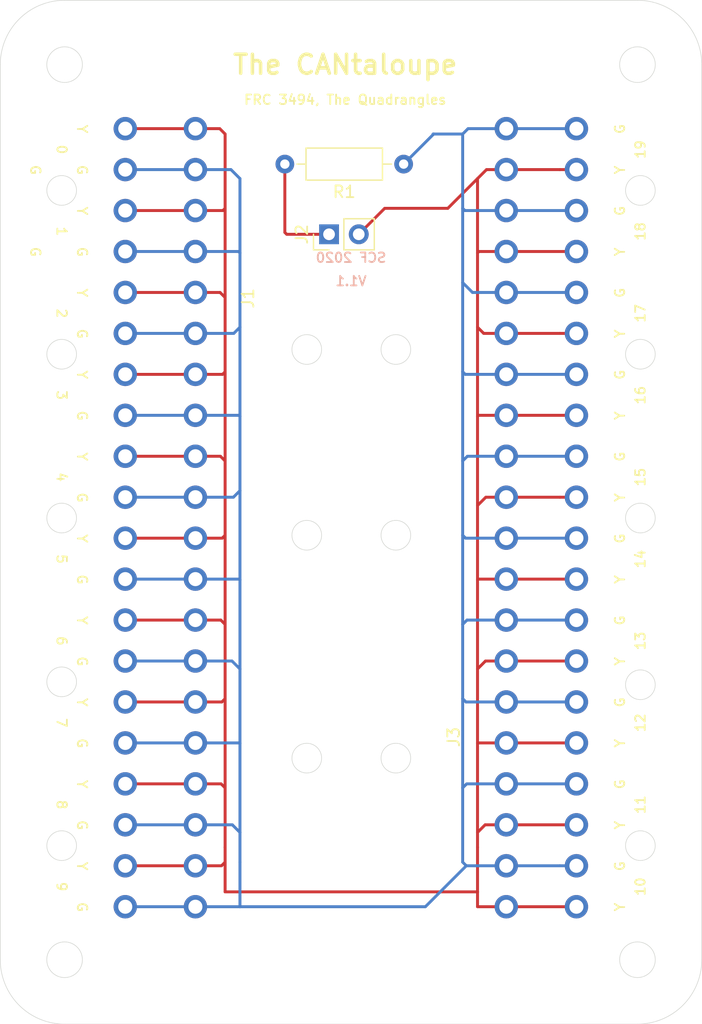
<source format=kicad_pcb>
(kicad_pcb (version 20171130) (host pcbnew "(5.1.4)-1")

  (general
    (thickness 1.6)
    (drawings 98)
    (tracks 173)
    (zones 0)
    (modules 4)
    (nets 4)
  )

  (page A4)
  (layers
    (0 F.Cu signal)
    (31 B.Cu signal)
    (32 B.Adhes user)
    (33 F.Adhes user)
    (34 B.Paste user)
    (35 F.Paste user)
    (36 B.SilkS user)
    (37 F.SilkS user)
    (38 B.Mask user)
    (39 F.Mask user)
    (40 Dwgs.User user)
    (41 Cmts.User user hide)
    (42 Eco1.User user)
    (43 Eco2.User user)
    (44 Edge.Cuts user)
    (45 Margin user)
    (46 B.CrtYd user)
    (47 F.CrtYd user)
    (48 B.Fab user)
    (49 F.Fab user)
  )

  (setup
    (last_trace_width 0.25)
    (trace_clearance 0.2)
    (zone_clearance 0.508)
    (zone_45_only no)
    (trace_min 0.127)
    (via_size 0.9)
    (via_drill 0.4)
    (via_min_size 0.4)
    (via_min_drill 0.3)
    (uvia_size 0.3)
    (uvia_drill 0.1)
    (uvias_allowed no)
    (uvia_min_size 0.2)
    (uvia_min_drill 0.1)
    (edge_width 0.05)
    (segment_width 0.2)
    (pcb_text_width 0.3)
    (pcb_text_size 1.5 1.5)
    (mod_edge_width 0.1524)
    (mod_text_size 0.8128 0.8128)
    (mod_text_width 0.15)
    (pad_size 1.524 1.524)
    (pad_drill 0.762)
    (pad_to_mask_clearance 0.051)
    (solder_mask_min_width 0.25)
    (aux_axis_origin 0 0)
    (visible_elements 7FFFFFFF)
    (pcbplotparams
      (layerselection 0x010f0_ffffffff)
      (usegerberextensions false)
      (usegerberattributes false)
      (usegerberadvancedattributes false)
      (creategerberjobfile false)
      (excludeedgelayer true)
      (linewidth 0.100000)
      (plotframeref false)
      (viasonmask false)
      (mode 1)
      (useauxorigin false)
      (hpglpennumber 1)
      (hpglpenspeed 20)
      (hpglpendiameter 15.000000)
      (psnegative false)
      (psa4output false)
      (plotreference true)
      (plotvalue true)
      (plotinvisibletext false)
      (padsonsilk false)
      (subtractmaskfromsilk false)
      (outputformat 1)
      (mirror false)
      (drillshape 0)
      (scaleselection 1)
      (outputdirectory "./"))
  )

  (net 0 "")
  (net 1 "Net-(J1-Pad1)")
  (net 2 "Net-(J1-Pad10)")
  (net 3 "Net-(J2-Pad1)")

  (net_class Default "This is the default net class."
    (clearance 0.2)
    (trace_width 0.25)
    (via_dia 0.9)
    (via_drill 0.4)
    (uvia_dia 0.3)
    (uvia_drill 0.1)
    (add_net "Net-(J1-Pad1)")
    (add_net "Net-(J1-Pad10)")
    (add_net "Net-(J2-Pad1)")
  )

  (module Resistor_THT:R_Axial_DIN0207_L6.3mm_D2.5mm_P10.16mm_Horizontal (layer F.Cu) (tedit 5AE5139B) (tstamp 5E28D942)
    (at 141 77.5 180)
    (descr "Resistor, Axial_DIN0207 series, Axial, Horizontal, pin pitch=10.16mm, 0.25W = 1/4W, length*diameter=6.3*2.5mm^2, http://cdn-reichelt.de/documents/datenblatt/B400/1_4W%23YAG.pdf")
    (tags "Resistor Axial_DIN0207 series Axial Horizontal pin pitch 10.16mm 0.25W = 1/4W length 6.3mm diameter 2.5mm")
    (path /5DA256CC)
    (fp_text reference R1 (at 5.08 -2.37) (layer F.SilkS)
      (effects (font (size 1 1) (thickness 0.15)))
    )
    (fp_text value 120 (at 5.08 2.37) (layer F.Fab)
      (effects (font (size 1 1) (thickness 0.15)))
    )
    (fp_text user %R (at 5.08 0) (layer F.Fab)
      (effects (font (size 1 1) (thickness 0.15)))
    )
    (fp_line (start 11.21 -1.5) (end -1.05 -1.5) (layer F.CrtYd) (width 0.05))
    (fp_line (start 11.21 1.5) (end 11.21 -1.5) (layer F.CrtYd) (width 0.05))
    (fp_line (start -1.05 1.5) (end 11.21 1.5) (layer F.CrtYd) (width 0.05))
    (fp_line (start -1.05 -1.5) (end -1.05 1.5) (layer F.CrtYd) (width 0.05))
    (fp_line (start 9.12 0) (end 8.35 0) (layer F.SilkS) (width 0.12))
    (fp_line (start 1.04 0) (end 1.81 0) (layer F.SilkS) (width 0.12))
    (fp_line (start 8.35 -1.37) (end 1.81 -1.37) (layer F.SilkS) (width 0.12))
    (fp_line (start 8.35 1.37) (end 8.35 -1.37) (layer F.SilkS) (width 0.12))
    (fp_line (start 1.81 1.37) (end 8.35 1.37) (layer F.SilkS) (width 0.12))
    (fp_line (start 1.81 -1.37) (end 1.81 1.37) (layer F.SilkS) (width 0.12))
    (fp_line (start 10.16 0) (end 8.23 0) (layer F.Fab) (width 0.1))
    (fp_line (start 0 0) (end 1.93 0) (layer F.Fab) (width 0.1))
    (fp_line (start 8.23 -1.25) (end 1.93 -1.25) (layer F.Fab) (width 0.1))
    (fp_line (start 8.23 1.25) (end 8.23 -1.25) (layer F.Fab) (width 0.1))
    (fp_line (start 1.93 1.25) (end 8.23 1.25) (layer F.Fab) (width 0.1))
    (fp_line (start 1.93 -1.25) (end 1.93 1.25) (layer F.Fab) (width 0.1))
    (pad 2 thru_hole oval (at 10.16 0 180) (size 1.6 1.6) (drill 0.8) (layers *.Cu *.Mask)
      (net 3 "Net-(J2-Pad1)"))
    (pad 1 thru_hole circle (at 0 0 180) (size 1.6 1.6) (drill 0.8) (layers *.Cu *.Mask)
      (net 2 "Net-(J1-Pad10)"))
    (model ${KISYS3DMOD}/Resistor_THT.3dshapes/R_Axial_DIN0207_L6.3mm_D2.5mm_P10.16mm_Horizontal.wrl
      (at (xyz 0 0 0))
      (scale (xyz 1 1 1))
      (rotate (xyz 0 0 0))
    )
  )

  (module Connector:Weidmuller20X1Female (layer F.Cu) (tedit 5DA4AE6E) (tstamp 5DA50504)
    (at 128.19 88.97 270)
    (path /5D9FC889)
    (fp_text reference J1 (at 0 0.5 90) (layer F.SilkS)
      (effects (font (size 1 1) (thickness 0.15)))
    )
    (fp_text value Conn_01x20_Female (at 0 -0.5 90) (layer F.Fab)
      (effects (font (size 1 1) (thickness 0.15)))
    )
    (pad 1 thru_hole circle (at -14.5 5 270) (size 2 2) (drill 1.2) (layers *.Cu *.Mask)
      (net 1 "Net-(J1-Pad1)"))
    (pad 2 thru_hole circle (at -11 5 270) (size 2 2) (drill 1.2) (layers *.Cu *.Mask)
      (net 2 "Net-(J1-Pad10)"))
    (pad 3 thru_hole circle (at -7.5 5 270) (size 2 2) (drill 1.2) (layers *.Cu *.Mask)
      (net 1 "Net-(J1-Pad1)"))
    (pad 4 thru_hole circle (at -4 5) (size 2 2) (drill 1.2) (layers *.Cu *.Mask)
      (net 2 "Net-(J1-Pad10)"))
    (pad 5 thru_hole circle (at -0.5 5 270) (size 2 2) (drill 1.2) (layers *.Cu *.Mask)
      (net 1 "Net-(J1-Pad1)"))
    (pad 10 thru_hole circle (at 17 5 270) (size 2 2) (drill 1.2) (layers *.Cu *.Mask)
      (net 2 "Net-(J1-Pad10)"))
    (pad 6 thru_hole circle (at 3 5 270) (size 2 2) (drill 1.2) (layers *.Cu *.Mask)
      (net 2 "Net-(J1-Pad10)"))
    (pad 9 thru_hole circle (at 13.5 5 270) (size 2 2) (drill 1.2) (layers *.Cu *.Mask)
      (net 1 "Net-(J1-Pad1)"))
    (pad 7 thru_hole circle (at 6.5 5 270) (size 2 2) (drill 1.2) (layers *.Cu *.Mask)
      (net 1 "Net-(J1-Pad1)"))
    (pad 8 thru_hole circle (at 10 5 270) (size 2 2) (drill 1.2) (layers *.Cu *.Mask)
      (net 2 "Net-(J1-Pad10)"))
    (pad 18 thru_hole circle (at 45 5 270) (size 2 2) (drill 1.2) (layers *.Cu *.Mask)
      (net 2 "Net-(J1-Pad10)"))
    (pad 17 thru_hole circle (at 41.5 5) (size 2 2) (drill 1.2) (layers *.Cu *.Mask)
      (net 1 "Net-(J1-Pad1)"))
    (pad 16 thru_hole circle (at 38 5 270) (size 2 2) (drill 1.2) (layers *.Cu *.Mask)
      (net 2 "Net-(J1-Pad10)"))
    (pad 19 thru_hole circle (at 48.5 5 270) (size 2 2) (drill 1.2) (layers *.Cu *.Mask)
      (net 1 "Net-(J1-Pad1)"))
    (pad 20 thru_hole circle (at 52 5 270) (size 2 2) (drill 1.2) (layers *.Cu *.Mask)
      (net 2 "Net-(J1-Pad10)"))
    (pad 15 thru_hole circle (at 34.5 5 270) (size 2 2) (drill 1.2) (layers *.Cu *.Mask)
      (net 1 "Net-(J1-Pad1)"))
    (pad 11 thru_hole circle (at 20.5 5 270) (size 2 2) (drill 1.2) (layers *.Cu *.Mask)
      (net 1 "Net-(J1-Pad1)"))
    (pad 14 thru_hole circle (at 31 5 270) (size 2 2) (drill 1.2) (layers *.Cu *.Mask)
      (net 2 "Net-(J1-Pad10)"))
    (pad 12 thru_hole circle (at 24 5 270) (size 2 2) (drill 1.2) (layers *.Cu *.Mask)
      (net 2 "Net-(J1-Pad10)"))
    (pad 13 thru_hole circle (at 27.5 5 270) (size 2 2) (drill 1.2) (layers *.Cu *.Mask)
      (net 1 "Net-(J1-Pad1)"))
    (pad 12 thru_hole circle (at 24 11 270) (size 2 2) (drill 1.2) (layers *.Cu *.Mask)
      (net 2 "Net-(J1-Pad10)"))
    (pad 2 thru_hole circle (at -11 11 270) (size 2 2) (drill 1.2) (layers *.Cu *.Mask)
      (net 2 "Net-(J1-Pad10)"))
    (pad 18 thru_hole circle (at 45 11 270) (size 2 2) (drill 1.2) (layers *.Cu *.Mask)
      (net 2 "Net-(J1-Pad10)"))
    (pad 3 thru_hole circle (at -7.5 11 270) (size 2 2) (drill 1.2) (layers *.Cu *.Mask)
      (net 1 "Net-(J1-Pad1)"))
    (pad 16 thru_hole circle (at 38 11 270) (size 2 2) (drill 1.2) (layers *.Cu *.Mask)
      (net 2 "Net-(J1-Pad10)"))
    (pad 1 thru_hole circle (at -14.5 11 270) (size 2 2) (drill 1.2) (layers *.Cu *.Mask)
      (net 1 "Net-(J1-Pad1)"))
    (pad 8 thru_hole circle (at 10 11 270) (size 2 2) (drill 1.2) (layers *.Cu *.Mask)
      (net 2 "Net-(J1-Pad10)"))
    (pad 4 thru_hole circle (at -4 11) (size 2 2) (drill 1.2) (layers *.Cu *.Mask)
      (net 2 "Net-(J1-Pad10)"))
    (pad 19 thru_hole circle (at 48.5 11 270) (size 2 2) (drill 1.2) (layers *.Cu *.Mask)
      (net 1 "Net-(J1-Pad1)"))
    (pad 5 thru_hole circle (at -0.5 11 270) (size 2 2) (drill 1.2) (layers *.Cu *.Mask)
      (net 1 "Net-(J1-Pad1)"))
    (pad 17 thru_hole circle (at 41.5 11) (size 2 2) (drill 1.2) (layers *.Cu *.Mask)
      (net 1 "Net-(J1-Pad1)"))
    (pad 7 thru_hole circle (at 6.5 11 270) (size 2 2) (drill 1.2) (layers *.Cu *.Mask)
      (net 1 "Net-(J1-Pad1)"))
    (pad 10 thru_hole circle (at 17 11 270) (size 2 2) (drill 1.2) (layers *.Cu *.Mask)
      (net 2 "Net-(J1-Pad10)"))
    (pad 14 thru_hole circle (at 31 11 270) (size 2 2) (drill 1.2) (layers *.Cu *.Mask)
      (net 2 "Net-(J1-Pad10)"))
    (pad 9 thru_hole circle (at 13.5 11 270) (size 2 2) (drill 1.2) (layers *.Cu *.Mask)
      (net 1 "Net-(J1-Pad1)"))
    (pad 20 thru_hole circle (at 52 11 270) (size 2 2) (drill 1.2) (layers *.Cu *.Mask)
      (net 2 "Net-(J1-Pad10)"))
    (pad 15 thru_hole circle (at 34.5 11 270) (size 2 2) (drill 1.2) (layers *.Cu *.Mask)
      (net 1 "Net-(J1-Pad1)"))
    (pad 6 thru_hole circle (at 3 11 270) (size 2 2) (drill 1.2) (layers *.Cu *.Mask)
      (net 2 "Net-(J1-Pad10)"))
    (pad 11 thru_hole circle (at 20.5 11 270) (size 2 2) (drill 1.2) (layers *.Cu *.Mask)
      (net 1 "Net-(J1-Pad1)"))
    (pad 13 thru_hole circle (at 27.5 11 270) (size 2 2) (drill 1.2) (layers *.Cu *.Mask)
      (net 1 "Net-(J1-Pad1)"))
  )

  (module Connector:Weidmuller20X1Female (layer F.Cu) (tedit 5DA4AE6E) (tstamp 5DA5055C)
    (at 144.78 126.47 90)
    (path /5D9FDE05)
    (fp_text reference J3 (at 0 0.5 90) (layer F.SilkS)
      (effects (font (size 1 1) (thickness 0.15)))
    )
    (fp_text value Conn_01x20_Female (at 0 -0.5 90) (layer F.Fab)
      (effects (font (size 1 1) (thickness 0.15)))
    )
    (pad 13 thru_hole circle (at 27.5 11 90) (size 2 2) (drill 1.2) (layers *.Cu *.Mask)
      (net 1 "Net-(J1-Pad1)"))
    (pad 11 thru_hole circle (at 20.5 11 90) (size 2 2) (drill 1.2) (layers *.Cu *.Mask)
      (net 1 "Net-(J1-Pad1)"))
    (pad 6 thru_hole circle (at 3 11 90) (size 2 2) (drill 1.2) (layers *.Cu *.Mask)
      (net 2 "Net-(J1-Pad10)"))
    (pad 15 thru_hole circle (at 34.5 11 90) (size 2 2) (drill 1.2) (layers *.Cu *.Mask)
      (net 1 "Net-(J1-Pad1)"))
    (pad 20 thru_hole circle (at 52 11 90) (size 2 2) (drill 1.2) (layers *.Cu *.Mask)
      (net 2 "Net-(J1-Pad10)"))
    (pad 9 thru_hole circle (at 13.5 11 90) (size 2 2) (drill 1.2) (layers *.Cu *.Mask)
      (net 1 "Net-(J1-Pad1)"))
    (pad 14 thru_hole circle (at 31 11 90) (size 2 2) (drill 1.2) (layers *.Cu *.Mask)
      (net 2 "Net-(J1-Pad10)"))
    (pad 10 thru_hole circle (at 17 11 90) (size 2 2) (drill 1.2) (layers *.Cu *.Mask)
      (net 2 "Net-(J1-Pad10)"))
    (pad 7 thru_hole circle (at 6.5 11 90) (size 2 2) (drill 1.2) (layers *.Cu *.Mask)
      (net 1 "Net-(J1-Pad1)"))
    (pad 17 thru_hole circle (at 41.5 11 180) (size 2 2) (drill 1.2) (layers *.Cu *.Mask)
      (net 1 "Net-(J1-Pad1)"))
    (pad 5 thru_hole circle (at -0.5 11 90) (size 2 2) (drill 1.2) (layers *.Cu *.Mask)
      (net 1 "Net-(J1-Pad1)"))
    (pad 19 thru_hole circle (at 48.5 11 90) (size 2 2) (drill 1.2) (layers *.Cu *.Mask)
      (net 1 "Net-(J1-Pad1)"))
    (pad 4 thru_hole circle (at -4 11 180) (size 2 2) (drill 1.2) (layers *.Cu *.Mask)
      (net 2 "Net-(J1-Pad10)"))
    (pad 8 thru_hole circle (at 10 11 90) (size 2 2) (drill 1.2) (layers *.Cu *.Mask)
      (net 2 "Net-(J1-Pad10)"))
    (pad 1 thru_hole circle (at -14.5 11 90) (size 2 2) (drill 1.2) (layers *.Cu *.Mask)
      (net 1 "Net-(J1-Pad1)"))
    (pad 16 thru_hole circle (at 38 11 90) (size 2 2) (drill 1.2) (layers *.Cu *.Mask)
      (net 2 "Net-(J1-Pad10)"))
    (pad 3 thru_hole circle (at -7.5 11 90) (size 2 2) (drill 1.2) (layers *.Cu *.Mask)
      (net 1 "Net-(J1-Pad1)"))
    (pad 18 thru_hole circle (at 45 11 90) (size 2 2) (drill 1.2) (layers *.Cu *.Mask)
      (net 2 "Net-(J1-Pad10)"))
    (pad 2 thru_hole circle (at -11 11 90) (size 2 2) (drill 1.2) (layers *.Cu *.Mask)
      (net 2 "Net-(J1-Pad10)"))
    (pad 12 thru_hole circle (at 24 11 90) (size 2 2) (drill 1.2) (layers *.Cu *.Mask)
      (net 2 "Net-(J1-Pad10)"))
    (pad 13 thru_hole circle (at 27.5 5 90) (size 2 2) (drill 1.2) (layers *.Cu *.Mask)
      (net 1 "Net-(J1-Pad1)"))
    (pad 12 thru_hole circle (at 24 5 90) (size 2 2) (drill 1.2) (layers *.Cu *.Mask)
      (net 2 "Net-(J1-Pad10)"))
    (pad 14 thru_hole circle (at 31 5 90) (size 2 2) (drill 1.2) (layers *.Cu *.Mask)
      (net 2 "Net-(J1-Pad10)"))
    (pad 11 thru_hole circle (at 20.5 5 90) (size 2 2) (drill 1.2) (layers *.Cu *.Mask)
      (net 1 "Net-(J1-Pad1)"))
    (pad 15 thru_hole circle (at 34.5 5 90) (size 2 2) (drill 1.2) (layers *.Cu *.Mask)
      (net 1 "Net-(J1-Pad1)"))
    (pad 20 thru_hole circle (at 52 5 90) (size 2 2) (drill 1.2) (layers *.Cu *.Mask)
      (net 2 "Net-(J1-Pad10)"))
    (pad 19 thru_hole circle (at 48.5 5 90) (size 2 2) (drill 1.2) (layers *.Cu *.Mask)
      (net 1 "Net-(J1-Pad1)"))
    (pad 16 thru_hole circle (at 38 5 90) (size 2 2) (drill 1.2) (layers *.Cu *.Mask)
      (net 2 "Net-(J1-Pad10)"))
    (pad 17 thru_hole circle (at 41.5 5 180) (size 2 2) (drill 1.2) (layers *.Cu *.Mask)
      (net 1 "Net-(J1-Pad1)"))
    (pad 18 thru_hole circle (at 45 5 90) (size 2 2) (drill 1.2) (layers *.Cu *.Mask)
      (net 2 "Net-(J1-Pad10)"))
    (pad 8 thru_hole circle (at 10 5 90) (size 2 2) (drill 1.2) (layers *.Cu *.Mask)
      (net 2 "Net-(J1-Pad10)"))
    (pad 7 thru_hole circle (at 6.5 5 90) (size 2 2) (drill 1.2) (layers *.Cu *.Mask)
      (net 1 "Net-(J1-Pad1)"))
    (pad 9 thru_hole circle (at 13.5 5 90) (size 2 2) (drill 1.2) (layers *.Cu *.Mask)
      (net 1 "Net-(J1-Pad1)"))
    (pad 6 thru_hole circle (at 3 5 90) (size 2 2) (drill 1.2) (layers *.Cu *.Mask)
      (net 2 "Net-(J1-Pad10)"))
    (pad 10 thru_hole circle (at 17 5 90) (size 2 2) (drill 1.2) (layers *.Cu *.Mask)
      (net 2 "Net-(J1-Pad10)"))
    (pad 5 thru_hole circle (at -0.5 5 90) (size 2 2) (drill 1.2) (layers *.Cu *.Mask)
      (net 1 "Net-(J1-Pad1)"))
    (pad 4 thru_hole circle (at -4 5 180) (size 2 2) (drill 1.2) (layers *.Cu *.Mask)
      (net 2 "Net-(J1-Pad10)"))
    (pad 3 thru_hole circle (at -7.5 5 90) (size 2 2) (drill 1.2) (layers *.Cu *.Mask)
      (net 1 "Net-(J1-Pad1)"))
    (pad 2 thru_hole circle (at -11 5 90) (size 2 2) (drill 1.2) (layers *.Cu *.Mask)
      (net 2 "Net-(J1-Pad10)"))
    (pad 1 thru_hole circle (at -14.5 5 90) (size 2 2) (drill 1.2) (layers *.Cu *.Mask)
      (net 1 "Net-(J1-Pad1)"))
  )

  (module Connector_PinHeader_2.54mm:PinHeader_1x02_P2.54mm_Vertical (layer F.Cu) (tedit 59FED5CC) (tstamp 5DA5051A)
    (at 134.62 83.5 90)
    (descr "Through hole straight pin header, 1x02, 2.54mm pitch, single row")
    (tags "Through hole pin header THT 1x02 2.54mm single row")
    (path /5DA25E50)
    (fp_text reference J2 (at 0 -2.33 90) (layer F.SilkS)
      (effects (font (size 1 1) (thickness 0.15)))
    )
    (fp_text value Conn_01x02_Male (at 0 4.87 90) (layer F.Fab)
      (effects (font (size 1 1) (thickness 0.15)))
    )
    (fp_line (start -0.635 -1.27) (end 1.27 -1.27) (layer F.Fab) (width 0.1))
    (fp_line (start 1.27 -1.27) (end 1.27 3.81) (layer F.Fab) (width 0.1))
    (fp_line (start 1.27 3.81) (end -1.27 3.81) (layer F.Fab) (width 0.1))
    (fp_line (start -1.27 3.81) (end -1.27 -0.635) (layer F.Fab) (width 0.1))
    (fp_line (start -1.27 -0.635) (end -0.635 -1.27) (layer F.Fab) (width 0.1))
    (fp_line (start -1.33 3.87) (end 1.33 3.87) (layer F.SilkS) (width 0.12))
    (fp_line (start -1.33 1.27) (end -1.33 3.87) (layer F.SilkS) (width 0.12))
    (fp_line (start 1.33 1.27) (end 1.33 3.87) (layer F.SilkS) (width 0.12))
    (fp_line (start -1.33 1.27) (end 1.33 1.27) (layer F.SilkS) (width 0.12))
    (fp_line (start -1.33 0) (end -1.33 -1.33) (layer F.SilkS) (width 0.12))
    (fp_line (start -1.33 -1.33) (end 0 -1.33) (layer F.SilkS) (width 0.12))
    (fp_line (start -1.8 -1.8) (end -1.8 4.35) (layer F.CrtYd) (width 0.05))
    (fp_line (start -1.8 4.35) (end 1.8 4.35) (layer F.CrtYd) (width 0.05))
    (fp_line (start 1.8 4.35) (end 1.8 -1.8) (layer F.CrtYd) (width 0.05))
    (fp_line (start 1.8 -1.8) (end -1.8 -1.8) (layer F.CrtYd) (width 0.05))
    (fp_text user %R (at 0 1.27) (layer F.Fab)
      (effects (font (size 1 1) (thickness 0.15)))
    )
    (pad 1 thru_hole rect (at 0 0 90) (size 1.7 1.7) (drill 1) (layers *.Cu *.Mask)
      (net 3 "Net-(J2-Pad1)"))
    (pad 2 thru_hole oval (at 0 2.54 90) (size 1.7 1.7) (drill 1) (layers *.Cu *.Mask)
      (net 1 "Net-(J1-Pad1)"))
    (model ${KISYS3DMOD}/Connector_PinHeader_2.54mm.3dshapes/PinHeader_1x02_P2.54mm_Vertical.wrl
      (at (xyz 0 0 0))
      (scale (xyz 1 1 1))
      (rotate (xyz 0 0 0))
    )
  )

  (gr_line (start 112 63.5) (end 161 63.5) (layer Edge.Cuts) (width 0.05) (tstamp 5E2871B4))
  (gr_line (start 106.5 145.5) (end 106.5 69) (layer Edge.Cuts) (width 0.05) (tstamp 5E2871B2))
  (gr_line (start 112 151) (end 161 151) (layer Edge.Cuts) (width 0.05) (tstamp 5E2871B1))
  (gr_line (start 166.5 145.5) (end 166.5 69) (layer Edge.Cuts) (width 0.05) (tstamp 5E2871B0))
  (gr_arc (start 161 145.5) (end 161 151) (angle -90) (layer Edge.Cuts) (width 0.05))
  (gr_arc (start 112 145.5) (end 112 151) (angle 90) (layer Edge.Cuts) (width 0.05))
  (gr_arc (start 161 69) (end 161 63.5) (angle 90) (layer Edge.Cuts) (width 0.05))
  (gr_arc (start 112 69) (end 112 63.5) (angle -90) (layer Edge.Cuts) (width 0.05))
  (gr_text G (at 159.5 81.5 90) (layer F.SilkS) (tstamp 5DB3D42E)
    (effects (font (size 0.8128 0.8128) (thickness 0.15)))
  )
  (gr_text G (at 159.5 74.5 90) (layer F.SilkS) (tstamp 5DB3D42D)
    (effects (font (size 0.8128 0.8128) (thickness 0.15)))
  )
  (gr_text G (at 159.5 95.5 90) (layer F.SilkS) (tstamp 5DB3D42E)
    (effects (font (size 0.8128 0.8128) (thickness 0.15)))
  )
  (gr_text G (at 159.5 88.5 90) (layer F.SilkS) (tstamp 5DB3D42D)
    (effects (font (size 0.8128 0.8128) (thickness 0.15)))
  )
  (gr_text G (at 159.5 109.5 90) (layer F.SilkS) (tstamp 5DB3D42E)
    (effects (font (size 0.8128 0.8128) (thickness 0.15)))
  )
  (gr_text G (at 159.5 102.5 90) (layer F.SilkS) (tstamp 5DB3D42D)
    (effects (font (size 0.8128 0.8128) (thickness 0.15)))
  )
  (gr_text G (at 159.5 123.5 90) (layer F.SilkS) (tstamp 5DB3D42E)
    (effects (font (size 0.8128 0.8128) (thickness 0.15)))
  )
  (gr_text G (at 159.5 116.5 90) (layer F.SilkS) (tstamp 5DB3D42D)
    (effects (font (size 0.8128 0.8128) (thickness 0.15)))
  )
  (gr_text G (at 159.5 137.5 90) (layer F.SilkS) (tstamp 5DB3D413)
    (effects (font (size 0.8128 0.8128) (thickness 0.15)))
  )
  (gr_text G (at 159.5 130.5 90) (layer F.SilkS) (tstamp 5DB3D412)
    (effects (font (size 0.8128 0.8128) (thickness 0.15)))
  )
  (gr_text G (at 113.5 134 -90) (layer F.SilkS) (tstamp 5DB3D413)
    (effects (font (size 0.8128 0.8128) (thickness 0.15)))
  )
  (gr_text G (at 113.5 141 -90) (layer F.SilkS) (tstamp 5DB3D412)
    (effects (font (size 0.8128 0.8128) (thickness 0.15)))
  )
  (gr_text G (at 113.5 120 -90) (layer F.SilkS) (tstamp 5DB3D413)
    (effects (font (size 0.8128 0.8128) (thickness 0.15)))
  )
  (gr_text G (at 113.5 127 -90) (layer F.SilkS) (tstamp 5DB3D412)
    (effects (font (size 0.8128 0.8128) (thickness 0.15)))
  )
  (gr_text G (at 113.5 106 -90) (layer F.SilkS) (tstamp 5DB3D413)
    (effects (font (size 0.8128 0.8128) (thickness 0.15)))
  )
  (gr_text G (at 113.5 113 -90) (layer F.SilkS) (tstamp 5DB3D412)
    (effects (font (size 0.8128 0.8128) (thickness 0.15)))
  )
  (gr_text G (at 113.5 92 -90) (layer F.SilkS) (tstamp 5DB3D413)
    (effects (font (size 0.8128 0.8128) (thickness 0.15)))
  )
  (gr_text G (at 113.5 99 -90) (layer F.SilkS) (tstamp 5DB3D412)
    (effects (font (size 0.8128 0.8128) (thickness 0.15)))
  )
  (gr_text G (at 109.5 85 -90) (layer F.SilkS) (tstamp 5DB3D404)
    (effects (font (size 0.8128 0.8128) (thickness 0.15)))
  )
  (gr_text G (at 109.5 78 -90) (layer F.SilkS) (tstamp 5DB3D404)
    (effects (font (size 0.8128 0.8128) (thickness 0.15)))
  )
  (gr_text G (at 113.5 85 -90) (layer F.SilkS) (tstamp 5DB3D3E3)
    (effects (font (size 0.8128 0.8128) (thickness 0.15)))
  )
  (gr_text G (at 113.5 78 -90) (layer F.SilkS)
    (effects (font (size 0.8128 0.8128) (thickness 0.15)))
  )
  (gr_text Y (at 159.5 78 90) (layer F.SilkS) (tstamp 5DB3D3B1)
    (effects (font (size 0.8128 0.8128) (thickness 0.15)))
  )
  (gr_text Y (at 159.5 85 90) (layer F.SilkS) (tstamp 5DB3D3B0)
    (effects (font (size 0.8128 0.8128) (thickness 0.15)))
  )
  (gr_text Y (at 159.5 92 90) (layer F.SilkS) (tstamp 5DB3D3B1)
    (effects (font (size 0.8128 0.8128) (thickness 0.15)))
  )
  (gr_text Y (at 159.5 99 90) (layer F.SilkS) (tstamp 5DB3D3B0)
    (effects (font (size 0.8128 0.8128) (thickness 0.15)))
  )
  (gr_text Y (at 159.5 106 90) (layer F.SilkS) (tstamp 5DB3D3B1)
    (effects (font (size 0.8128 0.8128) (thickness 0.15)))
  )
  (gr_text Y (at 159.5 113 90) (layer F.SilkS) (tstamp 5DB3D3B0)
    (effects (font (size 0.8128 0.8128) (thickness 0.15)))
  )
  (gr_text Y (at 159.5 120 90) (layer F.SilkS) (tstamp 5DB3D3B1)
    (effects (font (size 0.8128 0.8128) (thickness 0.15)))
  )
  (gr_text Y (at 159.5 127 90) (layer F.SilkS) (tstamp 5DB3D3B0)
    (effects (font (size 0.8128 0.8128) (thickness 0.15)))
  )
  (gr_text Y (at 159.5 141 90) (layer F.SilkS) (tstamp 5DB3D391)
    (effects (font (size 0.8128 0.8128) (thickness 0.15)))
  )
  (gr_text Y (at 159.5 134 90) (layer F.SilkS) (tstamp 5DB3D390)
    (effects (font (size 0.8128 0.8128) (thickness 0.15)))
  )
  (gr_text Y (at 113.5 130.5 270) (layer F.SilkS) (tstamp 5DB3D391)
    (effects (font (size 0.8128 0.8128) (thickness 0.15)))
  )
  (gr_text Y (at 113.5 137.5 270) (layer F.SilkS) (tstamp 5DB3D390)
    (effects (font (size 0.8128 0.8128) (thickness 0.15)))
  )
  (gr_text Y (at 113.5 116.5 270) (layer F.SilkS) (tstamp 5DB3D391)
    (effects (font (size 0.8128 0.8128) (thickness 0.15)))
  )
  (gr_text Y (at 113.5 123.5 270) (layer F.SilkS) (tstamp 5DB3D390)
    (effects (font (size 0.8128 0.8128) (thickness 0.15)))
  )
  (gr_text Y (at 113.5 102.5 270) (layer F.SilkS) (tstamp 5DB3D391)
    (effects (font (size 0.8128 0.8128) (thickness 0.15)))
  )
  (gr_text Y (at 113.5 109.5 270) (layer F.SilkS) (tstamp 5DB3D390)
    (effects (font (size 0.8128 0.8128) (thickness 0.15)))
  )
  (gr_text Y (at 113.5 88.5 270) (layer F.SilkS) (tstamp 5DB3D391)
    (effects (font (size 0.8128 0.8128) (thickness 0.15)))
  )
  (gr_text Y (at 113.5 95.5 270) (layer F.SilkS) (tstamp 5DB3D390)
    (effects (font (size 0.8128 0.8128) (thickness 0.15)))
  )
  (gr_text Y (at 113.5 81.5 270) (layer F.SilkS) (tstamp 5DB3D379)
    (effects (font (size 0.8128 0.8128) (thickness 0.15)))
  )
  (gr_text Y (at 113.5 74.5 270) (layer F.SilkS)
    (effects (font (size 0.8128 0.8128) (thickness 0.15)))
  )
  (gr_line (start 159.5 72.5) (end 159.5 142) (layer Cmts.User) (width 0.15))
  (gr_line (start 113.5 72.5) (end 113.5 142) (layer Cmts.User) (width 0.15))
  (gr_text V1.1 (at 136.5 87.5) (layer B.SilkS)
    (effects (font (size 0.8128 0.8128) (thickness 0.15)) (justify mirror))
  )
  (gr_text "SCF 2020" (at 136.5 85.5) (layer B.SilkS)
    (effects (font (size 0.8128 0.8128) (thickness 0.15)) (justify mirror))
  )
  (gr_text "FRC 3494, The Quadrangles" (at 136 72) (layer F.SilkS)
    (effects (font (size 0.8128 0.8128) (thickness 0.15)))
  )
  (gr_text "The CANtaloupe" (at 136 69) (layer F.SilkS)
    (effects (font (size 1.6256 1.6256) (thickness 0.3)))
  )
  (gr_circle (center 161.25 79.75) (end 162.52 79.75) (layer Edge.Cuts) (width 0.05))
  (gr_circle (center 161.25 93.75) (end 162.52 93.75) (layer Edge.Cuts) (width 0.05))
  (gr_circle (center 161.25 107.75) (end 162.52 107.75) (layer Edge.Cuts) (width 0.05))
  (gr_circle (center 161.25 122) (end 162.52 122) (layer Edge.Cuts) (width 0.05))
  (gr_circle (center 161.25 135.75) (end 162.52 135.75) (layer Edge.Cuts) (width 0.05))
  (gr_circle (center 111.75 135.75) (end 113.02 135.75) (layer Edge.Cuts) (width 0.05))
  (gr_circle (center 111.75 121.75) (end 113.02 121.75) (layer Edge.Cuts) (width 0.05))
  (gr_circle (center 111.75 107.75) (end 113.02 107.75) (layer Edge.Cuts) (width 0.05))
  (gr_circle (center 111.75 93.75) (end 113.02 93.75) (layer Edge.Cuts) (width 0.05))
  (gr_circle (center 111.75 79.75) (end 113.02 79.75) (layer Edge.Cuts) (width 0.05))
  (gr_text 19 (at 161.25 76.25 90) (layer F.SilkS)
    (effects (font (size 0.8128 0.8128) (thickness 0.15)))
  )
  (gr_text 18 (at 161.25 83.25 90) (layer F.SilkS)
    (effects (font (size 0.8128 0.8128) (thickness 0.15)))
  )
  (gr_text 17 (at 161.25 90.25 90) (layer F.SilkS)
    (effects (font (size 0.8128 0.8128) (thickness 0.15)))
  )
  (gr_text 16 (at 161.25 97.25 90) (layer F.SilkS)
    (effects (font (size 0.8128 0.8128) (thickness 0.15)))
  )
  (gr_text 15 (at 161.25 104.25 90) (layer F.SilkS)
    (effects (font (size 0.8128 0.8128) (thickness 0.15)))
  )
  (gr_text 14 (at 161.25 111.25 90) (layer F.SilkS)
    (effects (font (size 0.8128 0.8128) (thickness 0.15)))
  )
  (gr_text 13 (at 161.25 118.25 90) (layer F.SilkS)
    (effects (font (size 0.8128 0.8128) (thickness 0.15)))
  )
  (gr_text 12 (at 161.25 125.25 90) (layer F.SilkS)
    (effects (font (size 0.8128 0.8128) (thickness 0.15)))
  )
  (gr_text 11 (at 161.25 132.25 90) (layer F.SilkS)
    (effects (font (size 0.8128 0.8128) (thickness 0.15)))
  )
  (gr_text 10 (at 161.25 139.25 90) (layer F.SilkS)
    (effects (font (size 0.8128 0.8128) (thickness 0.15)))
  )
  (gr_line (start 161.25 72.5) (end 161.25 142) (layer Cmts.User) (width 0.15))
  (gr_text 9 (at 111.75 139.25 -90) (layer F.SilkS)
    (effects (font (size 0.8128 0.8128) (thickness 0.15)))
  )
  (gr_text 8 (at 111.75 132.25 -90) (layer F.SilkS)
    (effects (font (size 0.8128 0.8128) (thickness 0.15)))
  )
  (gr_text 7 (at 111.75 125.25 -90) (layer F.SilkS)
    (effects (font (size 0.8128 0.8128) (thickness 0.15)))
  )
  (gr_text 6 (at 111.75 118.25 -90) (layer F.SilkS)
    (effects (font (size 0.8128 0.8128) (thickness 0.15)))
  )
  (gr_text 5 (at 111.75 111.25 -90) (layer F.SilkS)
    (effects (font (size 0.8128 0.8128) (thickness 0.15)))
  )
  (gr_text 4 (at 111.75 104.25 -90) (layer F.SilkS)
    (effects (font (size 0.8128 0.8128) (thickness 0.15)))
  )
  (gr_text 3 (at 111.75 97.25 -90) (layer F.SilkS)
    (effects (font (size 0.8128 0.8128) (thickness 0.15)))
  )
  (gr_text 2 (at 111.75 90.25 -90) (layer F.SilkS)
    (effects (font (size 0.8128 0.8128) (thickness 0.15)))
  )
  (gr_text 0 (at 111.75 76.25 -90) (layer F.SilkS)
    (effects (font (size 0.8128 0.8128) (thickness 0.15)))
  )
  (gr_text 1 (at 111.75 83.25 -90) (layer F.SilkS)
    (effects (font (size 0.8128 0.8128) (thickness 0.15)))
  )
  (gr_line (start 111.75 72.5) (end 111.75 142) (layer Cmts.User) (width 0.1524))
  (gr_circle (center 140.335 128.27) (end 140.335 127) (layer Edge.Cuts) (width 0.05))
  (gr_circle (center 132.715 128.27) (end 132.715 127) (layer Edge.Cuts) (width 0.05))
  (gr_circle (center 140.335 109.22) (end 140.335 107.95) (layer Edge.Cuts) (width 0.05))
  (gr_circle (center 132.715 109.22) (end 132.715 107.95) (layer Edge.Cuts) (width 0.05))
  (gr_circle (center 140.335 93.345) (end 140.335 92.075) (layer Edge.Cuts) (width 0.05))
  (gr_circle (center 132.715 93.345) (end 132.715 92.075) (layer Edge.Cuts) (width 0.05))
  (gr_circle (center 112 145.5) (end 113.524 145.5) (layer Edge.Cuts) (width 0.05))
  (gr_circle (center 161 145.5) (end 162.524 145.5) (layer Edge.Cuts) (width 0.05))
  (gr_circle (center 112 69) (end 113.524 69) (layer Edge.Cuts) (width 0.05))
  (gr_circle (center 161 69) (end 162.524 69) (layer Edge.Cuts) (width 0.05))

  (segment (start 123.19 74.47) (end 117.19 74.47) (width 0.25) (layer F.Cu) (net 1))
  (segment (start 123.19 81.47) (end 117.19 81.47) (width 0.25) (layer F.Cu) (net 1))
  (segment (start 123.19 88.47) (end 117.19 88.47) (width 0.25) (layer F.Cu) (net 1))
  (segment (start 123.19 95.47) (end 117.19 95.47) (width 0.25) (layer F.Cu) (net 1))
  (segment (start 123.19 102.47) (end 117.19 102.47) (width 0.25) (layer F.Cu) (net 1))
  (segment (start 123.19 109.47) (end 117.19 109.47) (width 0.25) (layer F.Cu) (net 1))
  (segment (start 123.19 116.47) (end 117.19 116.47) (width 0.25) (layer F.Cu) (net 1))
  (segment (start 123.19 123.47) (end 117.19 123.47) (width 0.25) (layer F.Cu) (net 1))
  (segment (start 123.19 130.47) (end 117.19 130.47) (width 0.25) (layer F.Cu) (net 1))
  (segment (start 123.19 137.47) (end 117.19 137.47) (width 0.25) (layer F.Cu) (net 1))
  (segment (start 123.19 74.47) (end 125.27 74.47) (width 0.25) (layer F.Cu) (net 1))
  (segment (start 125.27 74.47) (end 125.73 74.93) (width 0.25) (layer F.Cu) (net 1))
  (segment (start 125.54 81.47) (end 125.73 81.28) (width 0.25) (layer F.Cu) (net 1))
  (segment (start 123.19 81.47) (end 125.54 81.47) (width 0.25) (layer F.Cu) (net 1))
  (segment (start 125.73 74.93) (end 125.73 81.28) (width 0.25) (layer F.Cu) (net 1))
  (segment (start 125.3 88.47) (end 125.73 88.9) (width 0.25) (layer F.Cu) (net 1))
  (segment (start 123.19 88.47) (end 125.3 88.47) (width 0.25) (layer F.Cu) (net 1))
  (segment (start 125.73 81.28) (end 125.73 88.9) (width 0.25) (layer F.Cu) (net 1))
  (segment (start 123.19 95.47) (end 125.51 95.47) (width 0.25) (layer F.Cu) (net 1))
  (segment (start 125.51 95.47) (end 125.73 95.25) (width 0.25) (layer F.Cu) (net 1))
  (segment (start 123.19 102.47) (end 125.33 102.47) (width 0.25) (layer F.Cu) (net 1))
  (segment (start 125.33 102.47) (end 125.73 102.87) (width 0.25) (layer F.Cu) (net 1))
  (segment (start 125.48 109.47) (end 125.73 109.22) (width 0.25) (layer F.Cu) (net 1))
  (segment (start 123.19 109.47) (end 125.48 109.47) (width 0.25) (layer F.Cu) (net 1))
  (segment (start 125.73 88.9) (end 125.73 109.22) (width 0.25) (layer F.Cu) (net 1))
  (segment (start 125.36 116.47) (end 125.73 116.84) (width 0.25) (layer F.Cu) (net 1))
  (segment (start 123.19 116.47) (end 125.36 116.47) (width 0.25) (layer F.Cu) (net 1))
  (segment (start 125.73 109.22) (end 125.73 116.84) (width 0.25) (layer F.Cu) (net 1))
  (segment (start 125.45 123.47) (end 125.73 123.19) (width 0.25) (layer F.Cu) (net 1))
  (segment (start 123.19 123.47) (end 125.45 123.47) (width 0.25) (layer F.Cu) (net 1))
  (segment (start 125.73 116.84) (end 125.73 123.19) (width 0.25) (layer F.Cu) (net 1))
  (segment (start 125.39 130.47) (end 125.73 130.81) (width 0.25) (layer F.Cu) (net 1))
  (segment (start 123.19 130.47) (end 125.39 130.47) (width 0.25) (layer F.Cu) (net 1))
  (segment (start 125.73 123.19) (end 125.73 130.81) (width 0.25) (layer F.Cu) (net 1))
  (segment (start 125.42 137.47) (end 125.73 137.16) (width 0.25) (layer F.Cu) (net 1))
  (segment (start 123.19 137.47) (end 125.42 137.47) (width 0.25) (layer F.Cu) (net 1))
  (segment (start 154.365787 77.97) (end 149.78 77.97) (width 0.25) (layer F.Cu) (net 1))
  (segment (start 155.78 77.97) (end 154.365787 77.97) (width 0.25) (layer F.Cu) (net 1))
  (segment (start 155.78 84.97) (end 149.78 84.97) (width 0.25) (layer F.Cu) (net 1))
  (segment (start 154.365787 91.97) (end 149.78 91.97) (width 0.25) (layer F.Cu) (net 1))
  (segment (start 155.78 91.97) (end 154.365787 91.97) (width 0.25) (layer F.Cu) (net 1))
  (segment (start 155.78 98.97) (end 149.78 98.97) (width 0.25) (layer F.Cu) (net 1))
  (segment (start 154.365787 105.97) (end 149.78 105.97) (width 0.25) (layer F.Cu) (net 1))
  (segment (start 155.78 105.97) (end 154.365787 105.97) (width 0.25) (layer F.Cu) (net 1))
  (segment (start 155.78 112.97) (end 149.78 112.97) (width 0.25) (layer F.Cu) (net 1))
  (segment (start 155.78 119.97) (end 149.78 119.97) (width 0.25) (layer F.Cu) (net 1))
  (segment (start 155.78 126.97) (end 149.78 126.97) (width 0.25) (layer F.Cu) (net 1))
  (segment (start 155.78 133.97) (end 149.78 133.97) (width 0.25) (layer F.Cu) (net 1))
  (segment (start 155.78 140.97) (end 149.78 140.97) (width 0.25) (layer F.Cu) (net 1))
  (segment (start 149.78 77.97) (end 148.09 77.97) (width 0.25) (layer F.Cu) (net 1))
  (segment (start 148.09 77.97) (end 147.32 78.74) (width 0.25) (layer F.Cu) (net 1))
  (segment (start 147.32 140.97) (end 149.78 140.97) (width 0.25) (layer F.Cu) (net 1))
  (segment (start 149.78 133.97) (end 147.97 133.97) (width 0.25) (layer F.Cu) (net 1))
  (segment (start 147.97 133.97) (end 147.32 134.62) (width 0.25) (layer F.Cu) (net 1))
  (segment (start 147.35 126.97) (end 147.32 127) (width 0.25) (layer F.Cu) (net 1))
  (segment (start 149.78 126.97) (end 147.35 126.97) (width 0.25) (layer F.Cu) (net 1))
  (segment (start 147.32 127) (end 147.32 134.62) (width 0.25) (layer F.Cu) (net 1))
  (segment (start 148 119.97) (end 147.32 120.65) (width 0.25) (layer F.Cu) (net 1))
  (segment (start 149.78 119.97) (end 148 119.97) (width 0.25) (layer F.Cu) (net 1))
  (segment (start 147.32 120.65) (end 147.32 127) (width 0.25) (layer F.Cu) (net 1))
  (segment (start 147.38 112.97) (end 147.32 113.03) (width 0.25) (layer F.Cu) (net 1))
  (segment (start 149.78 112.97) (end 147.38 112.97) (width 0.25) (layer F.Cu) (net 1))
  (segment (start 147.32 113.03) (end 147.32 120.65) (width 0.25) (layer F.Cu) (net 1))
  (segment (start 148.03 105.97) (end 147.32 106.68) (width 0.25) (layer F.Cu) (net 1))
  (segment (start 149.78 105.97) (end 148.03 105.97) (width 0.25) (layer F.Cu) (net 1))
  (segment (start 147.32 106.68) (end 147.32 113.03) (width 0.25) (layer F.Cu) (net 1))
  (segment (start 147.41 98.97) (end 147.32 99.06) (width 0.25) (layer F.Cu) (net 1))
  (segment (start 149.78 98.97) (end 147.41 98.97) (width 0.25) (layer F.Cu) (net 1))
  (segment (start 147.32 99.06) (end 147.32 106.68) (width 0.25) (layer F.Cu) (net 1))
  (segment (start 147.85 91.97) (end 147.32 91.44) (width 0.25) (layer F.Cu) (net 1))
  (segment (start 149.78 91.97) (end 147.85 91.97) (width 0.25) (layer F.Cu) (net 1))
  (segment (start 147.32 91.44) (end 147.32 99.06) (width 0.25) (layer F.Cu) (net 1))
  (segment (start 147.44 84.97) (end 147.32 85.09) (width 0.25) (layer F.Cu) (net 1))
  (segment (start 149.78 84.97) (end 147.44 84.97) (width 0.25) (layer F.Cu) (net 1))
  (segment (start 147.32 78.74) (end 147.32 85.09) (width 0.25) (layer F.Cu) (net 1))
  (segment (start 147.32 85.09) (end 147.32 91.44) (width 0.25) (layer F.Cu) (net 1))
  (segment (start 144.78 81.28) (end 147.32 78.74) (width 0.25) (layer F.Cu) (net 1))
  (segment (start 147.32 134.62) (end 147.32 135.89) (width 0.25) (layer F.Cu) (net 1))
  (segment (start 125.73 135.89) (end 125.73 137.16) (width 0.25) (layer F.Cu) (net 1))
  (segment (start 125.73 130.81) (end 125.73 135.89) (width 0.25) (layer F.Cu) (net 1))
  (segment (start 125.73 137.16) (end 125.73 139.7) (width 0.25) (layer F.Cu) (net 1))
  (segment (start 125.73 139.7) (end 147.32 139.7) (width 0.25) (layer F.Cu) (net 1))
  (segment (start 147.32 135.89) (end 147.32 139.7) (width 0.25) (layer F.Cu) (net 1))
  (segment (start 147.32 139.7) (end 147.32 140.97) (width 0.25) (layer F.Cu) (net 1))
  (segment (start 139.38 81.28) (end 137.16 83.5) (width 0.25) (layer F.Cu) (net 1))
  (segment (start 144.78 81.28) (end 139.38 81.28) (width 0.25) (layer F.Cu) (net 1))
  (segment (start 117.19 77.97) (end 123.19 77.97) (width 0.25) (layer B.Cu) (net 2))
  (segment (start 117.19 84.97) (end 123.19 84.97) (width 0.25) (layer B.Cu) (net 2))
  (segment (start 117.19 91.97) (end 123.19 91.97) (width 0.25) (layer B.Cu) (net 2))
  (segment (start 117.19 98.97) (end 123.19 98.97) (width 0.25) (layer B.Cu) (net 2))
  (segment (start 123.19 105.97) (end 117.19 105.97) (width 0.25) (layer B.Cu) (net 2))
  (segment (start 117.19 112.97) (end 123.19 112.97) (width 0.25) (layer B.Cu) (net 2))
  (segment (start 117.19 119.97) (end 123.19 119.97) (width 0.25) (layer B.Cu) (net 2))
  (segment (start 117.19 126.97) (end 123.19 126.97) (width 0.25) (layer B.Cu) (net 2))
  (segment (start 117.19 133.97) (end 123.19 133.97) (width 0.25) (layer B.Cu) (net 2))
  (segment (start 117.19 140.97) (end 123.19 140.97) (width 0.25) (layer B.Cu) (net 2))
  (segment (start 123.19 77.97) (end 126.23 77.97) (width 0.25) (layer B.Cu) (net 2))
  (segment (start 126.23 77.97) (end 127 78.74) (width 0.25) (layer B.Cu) (net 2))
  (segment (start 123.19 140.97) (end 127 140.97) (width 0.25) (layer B.Cu) (net 2))
  (segment (start 123.19 84.97) (end 126.88 84.97) (width 0.25) (layer B.Cu) (net 2))
  (segment (start 126.88 84.97) (end 127 85.09) (width 0.25) (layer B.Cu) (net 2))
  (segment (start 127 78.74) (end 127 85.09) (width 0.25) (layer B.Cu) (net 2))
  (segment (start 126.47 91.97) (end 127 91.44) (width 0.25) (layer B.Cu) (net 2))
  (segment (start 123.19 91.97) (end 126.47 91.97) (width 0.25) (layer B.Cu) (net 2))
  (segment (start 127 85.09) (end 127 91.44) (width 0.25) (layer B.Cu) (net 2))
  (segment (start 126.91 98.97) (end 127 99.06) (width 0.25) (layer B.Cu) (net 2))
  (segment (start 123.19 98.97) (end 126.91 98.97) (width 0.25) (layer B.Cu) (net 2))
  (segment (start 127 91.44) (end 127 99.06) (width 0.25) (layer B.Cu) (net 2))
  (segment (start 126.44 105.97) (end 127 105.41) (width 0.25) (layer B.Cu) (net 2))
  (segment (start 123.19 105.97) (end 126.44 105.97) (width 0.25) (layer B.Cu) (net 2))
  (segment (start 127 99.06) (end 127 105.41) (width 0.25) (layer B.Cu) (net 2))
  (segment (start 126.94 112.97) (end 127 113.03) (width 0.25) (layer B.Cu) (net 2))
  (segment (start 123.19 112.97) (end 126.94 112.97) (width 0.25) (layer B.Cu) (net 2))
  (segment (start 127 105.41) (end 127 113.03) (width 0.25) (layer B.Cu) (net 2))
  (segment (start 126.32 119.97) (end 127 120.65) (width 0.25) (layer B.Cu) (net 2))
  (segment (start 123.19 119.97) (end 126.32 119.97) (width 0.25) (layer B.Cu) (net 2))
  (segment (start 127 113.03) (end 127 120.65) (width 0.25) (layer B.Cu) (net 2))
  (segment (start 126.97 126.97) (end 127 127) (width 0.25) (layer B.Cu) (net 2))
  (segment (start 123.19 126.97) (end 126.97 126.97) (width 0.25) (layer B.Cu) (net 2))
  (segment (start 127 120.65) (end 127 127) (width 0.25) (layer B.Cu) (net 2))
  (segment (start 126.35 133.97) (end 127 134.62) (width 0.25) (layer B.Cu) (net 2))
  (segment (start 123.19 133.97) (end 126.35 133.97) (width 0.25) (layer B.Cu) (net 2))
  (segment (start 127 127) (end 127 134.62) (width 0.25) (layer B.Cu) (net 2))
  (segment (start 154.365787 137.47) (end 149.78 137.47) (width 0.25) (layer B.Cu) (net 2))
  (segment (start 155.78 137.47) (end 154.365787 137.47) (width 0.25) (layer B.Cu) (net 2))
  (segment (start 149.78 130.47) (end 155.78 130.47) (width 0.25) (layer B.Cu) (net 2))
  (segment (start 155.78 123.47) (end 149.78 123.47) (width 0.25) (layer B.Cu) (net 2))
  (segment (start 155.78 116.47) (end 149.78 116.47) (width 0.25) (layer B.Cu) (net 2))
  (segment (start 155.78 109.47) (end 149.78 109.47) (width 0.25) (layer B.Cu) (net 2))
  (segment (start 155.78 102.47) (end 149.78 102.47) (width 0.25) (layer B.Cu) (net 2))
  (segment (start 155.78 95.47) (end 149.78 95.47) (width 0.25) (layer B.Cu) (net 2))
  (segment (start 155.78 88.47) (end 149.78 88.47) (width 0.25) (layer B.Cu) (net 2))
  (segment (start 155.78 81.47) (end 149.78 81.47) (width 0.25) (layer B.Cu) (net 2))
  (segment (start 155.78 74.47) (end 149.78 74.47) (width 0.25) (layer B.Cu) (net 2))
  (segment (start 146.51 74.47) (end 149.78 74.47) (width 0.25) (layer B.Cu) (net 2))
  (segment (start 146.05 74.93) (end 146.51 74.47) (width 0.25) (layer B.Cu) (net 2))
  (segment (start 146.36 137.47) (end 146.05 137.16) (width 0.25) (layer B.Cu) (net 2))
  (segment (start 149.78 137.47) (end 146.36 137.47) (width 0.25) (layer B.Cu) (net 2))
  (segment (start 146.39 130.47) (end 146.05 130.81) (width 0.25) (layer B.Cu) (net 2))
  (segment (start 149.78 130.47) (end 146.39 130.47) (width 0.25) (layer B.Cu) (net 2))
  (segment (start 146.05 137.16) (end 146.05 130.81) (width 0.25) (layer B.Cu) (net 2))
  (segment (start 146.33 123.47) (end 146.05 123.19) (width 0.25) (layer B.Cu) (net 2))
  (segment (start 149.78 123.47) (end 146.33 123.47) (width 0.25) (layer B.Cu) (net 2))
  (segment (start 146.05 130.81) (end 146.05 123.19) (width 0.25) (layer B.Cu) (net 2))
  (segment (start 146.42 116.47) (end 146.05 116.84) (width 0.25) (layer B.Cu) (net 2))
  (segment (start 149.78 116.47) (end 146.42 116.47) (width 0.25) (layer B.Cu) (net 2))
  (segment (start 146.05 123.19) (end 146.05 116.84) (width 0.25) (layer B.Cu) (net 2))
  (segment (start 146.3 109.47) (end 146.05 109.22) (width 0.25) (layer B.Cu) (net 2))
  (segment (start 149.78 109.47) (end 146.3 109.47) (width 0.25) (layer B.Cu) (net 2))
  (segment (start 146.05 116.84) (end 146.05 109.22) (width 0.25) (layer B.Cu) (net 2))
  (segment (start 146.45 102.47) (end 146.05 102.87) (width 0.25) (layer B.Cu) (net 2))
  (segment (start 149.78 102.47) (end 146.45 102.47) (width 0.25) (layer B.Cu) (net 2))
  (segment (start 146.05 109.22) (end 146.05 102.87) (width 0.25) (layer B.Cu) (net 2))
  (segment (start 149.78 95.47) (end 146.27 95.47) (width 0.25) (layer B.Cu) (net 2))
  (segment (start 146.27 95.47) (end 146.05 95.25) (width 0.25) (layer B.Cu) (net 2))
  (segment (start 146.05 102.87) (end 146.05 95.25) (width 0.25) (layer B.Cu) (net 2))
  (segment (start 146.89 88.47) (end 146.05 87.63) (width 0.25) (layer B.Cu) (net 2))
  (segment (start 149.78 88.47) (end 146.89 88.47) (width 0.25) (layer B.Cu) (net 2))
  (segment (start 146.05 95.25) (end 146.05 87.63) (width 0.25) (layer B.Cu) (net 2))
  (segment (start 146.24 81.47) (end 146.05 81.28) (width 0.25) (layer B.Cu) (net 2))
  (segment (start 149.78 81.47) (end 146.24 81.47) (width 0.25) (layer B.Cu) (net 2))
  (segment (start 146.05 87.63) (end 146.05 81.28) (width 0.25) (layer B.Cu) (net 2))
  (segment (start 146.05 81.28) (end 146.05 74.93) (width 0.25) (layer B.Cu) (net 2))
  (segment (start 127 137.16) (end 127 140.97) (width 0.25) (layer B.Cu) (net 2))
  (segment (start 127 134.62) (end 127 137.16) (width 0.25) (layer B.Cu) (net 2))
  (segment (start 142.86 140.97) (end 146.36 137.47) (width 0.25) (layer B.Cu) (net 2))
  (segment (start 127 140.97) (end 142.86 140.97) (width 0.25) (layer B.Cu) (net 2))
  (segment (start 141 77.5) (end 143.57 74.93) (width 0.25) (layer B.Cu) (net 2))
  (segment (start 146.05 74.93) (end 143.57 74.93) (width 0.25) (layer B.Cu) (net 2))
  (segment (start 143.57 74.93) (end 143.51 74.93) (width 0.25) (layer B.Cu) (net 2))
  (segment (start 134.62 83.5) (end 131 83.5) (width 0.25) (layer F.Cu) (net 3))
  (segment (start 130.84 83.34) (end 130.84 77.5) (width 0.25) (layer F.Cu) (net 3))
  (segment (start 131 83.5) (end 130.84 83.34) (width 0.25) (layer F.Cu) (net 3))

)

</source>
